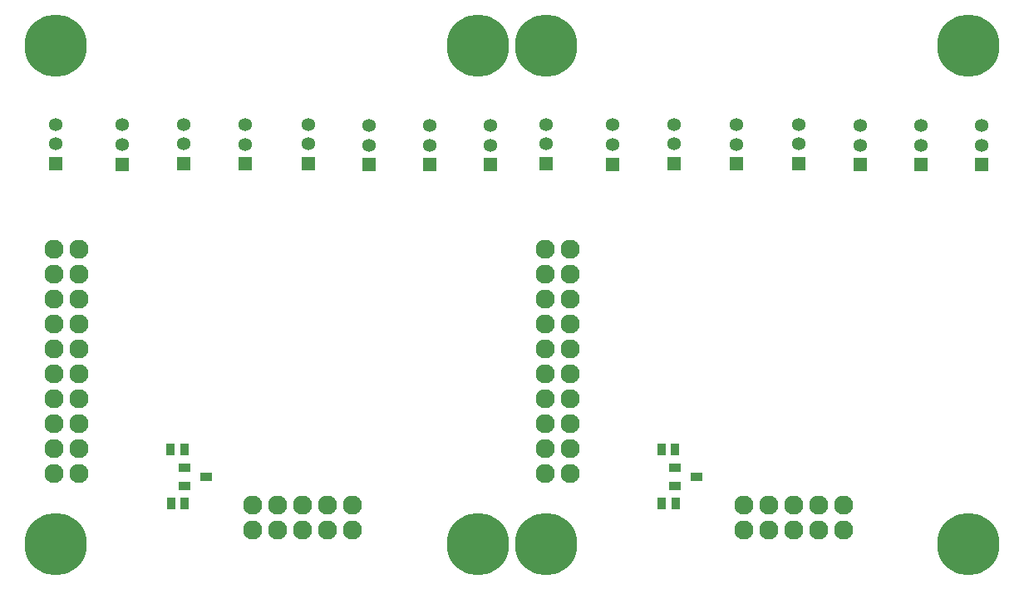
<source format=gbs>
G04 EasyPC Gerber Version 21.0.3 Build 4286 *
G04 #@! TF.Part,Single*
G04 #@! TF.FileFunction,Soldermask,Bot *
G04 #@! TF.FilePolarity,Negative *
%FSLAX45Y45*%
%MOIN*%
G04 #@! TA.AperFunction,SMDPad*
%ADD11R,0.03559X0.04937*%
G04 #@! TA.AperFunction,ComponentPad*
%ADD85R,0.05331X0.05331*%
%ADD86C,0.05331*%
%ADD12C,0.07693*%
G04 #@! TA.AperFunction,WasherPad*
%ADD10C,0.25016*%
G04 #@! TA.AperFunction,SMDPad*
%ADD128R,0.05134X0.03559*%
X0Y0D02*
D02*
D10*
X15652Y35967D03*
Y235967D03*
X184943Y35967D03*
Y235967D03*
X212502Y35967D03*
Y235967D03*
X381794Y35967D03*
Y235967D03*
D02*
D11*
X61774Y73731D03*
X61899Y52015D03*
X67325Y73731D03*
X67450Y52015D03*
X258624Y73731D03*
X258749Y52015D03*
X264176Y73731D03*
X264300Y52015D03*
D02*
D12*
X15094Y64175D03*
Y74175D03*
Y84175D03*
Y94175D03*
Y104175D03*
Y114175D03*
Y124175D03*
Y134175D03*
Y144175D03*
Y154175D03*
X25094Y64175D03*
Y74175D03*
Y84175D03*
Y94175D03*
Y104175D03*
Y114175D03*
Y124175D03*
Y134175D03*
Y144175D03*
Y154175D03*
X94763Y41353D03*
Y51353D03*
X104763Y41353D03*
Y51353D03*
X114763Y41353D03*
Y51353D03*
X124763Y41353D03*
Y51353D03*
X134763Y41353D03*
Y51353D03*
X211944Y64175D03*
Y74175D03*
Y84175D03*
Y94175D03*
Y104175D03*
Y114175D03*
Y124175D03*
Y134175D03*
Y144175D03*
Y154175D03*
X221944Y64175D03*
Y74175D03*
Y84175D03*
Y94175D03*
Y104175D03*
Y114175D03*
Y124175D03*
Y134175D03*
Y144175D03*
Y154175D03*
X291613Y41353D03*
Y51353D03*
X301613Y41353D03*
Y51353D03*
X311613Y41353D03*
Y51353D03*
X321613Y41353D03*
Y51353D03*
X331613Y41353D03*
Y51353D03*
D02*
D85*
X15601Y188550D03*
X42309Y188300D03*
X66895Y188550D03*
X91856Y188425D03*
X116941Y188550D03*
X141402Y188050D03*
X165739D03*
X190076D03*
X212451Y188550D03*
X239159Y188300D03*
X263745Y188550D03*
X288706Y188425D03*
X313791Y188550D03*
X338253Y188050D03*
X362589D03*
X386926D03*
D02*
D86*
X15601Y196424D03*
Y204298D03*
X42309Y196174D03*
Y204048D03*
X66895Y196424D03*
Y204298D03*
X91856Y196299D03*
Y204173D03*
X116941Y196424D03*
Y204298D03*
X141402Y195924D03*
Y203798D03*
X165739Y195924D03*
Y203798D03*
X190076Y195924D03*
Y203798D03*
X212451Y196424D03*
Y204298D03*
X239159Y196174D03*
Y204048D03*
X263745Y196424D03*
Y204298D03*
X288706Y196299D03*
Y204173D03*
X313791Y196424D03*
Y204298D03*
X338253Y195924D03*
Y203798D03*
X362589Y195924D03*
Y203798D03*
X386926Y195924D03*
Y203798D03*
D02*
D128*
X67307Y59093D03*
Y66652D03*
X75968Y62873D03*
X264157Y59093D03*
Y66652D03*
X272819Y62873D03*
X0Y0D02*
M02*

</source>
